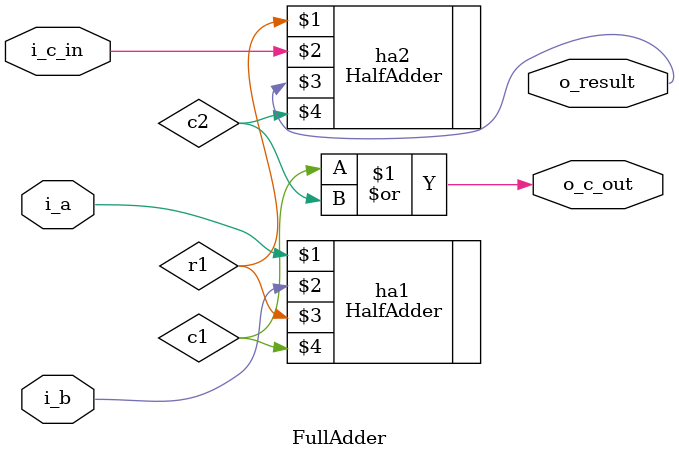
<source format=sv>
module FullAdder (input logic i_a, 
                              i_b, 
                              i_c_in,

                  output logic o_result, 
                               o_c_out);

    logic r1, c1, c2;

    //Benennung der HA-Instanzen wie in Lecture 6, Slide 15.
    HalfAdder ha1(i_a, i_b, r1, c1);
    HalfAdder ha2(r1, i_c_in, o_result, c2);

    or c_out_or(o_c_out, c1, c2);

endmodule
</source>
